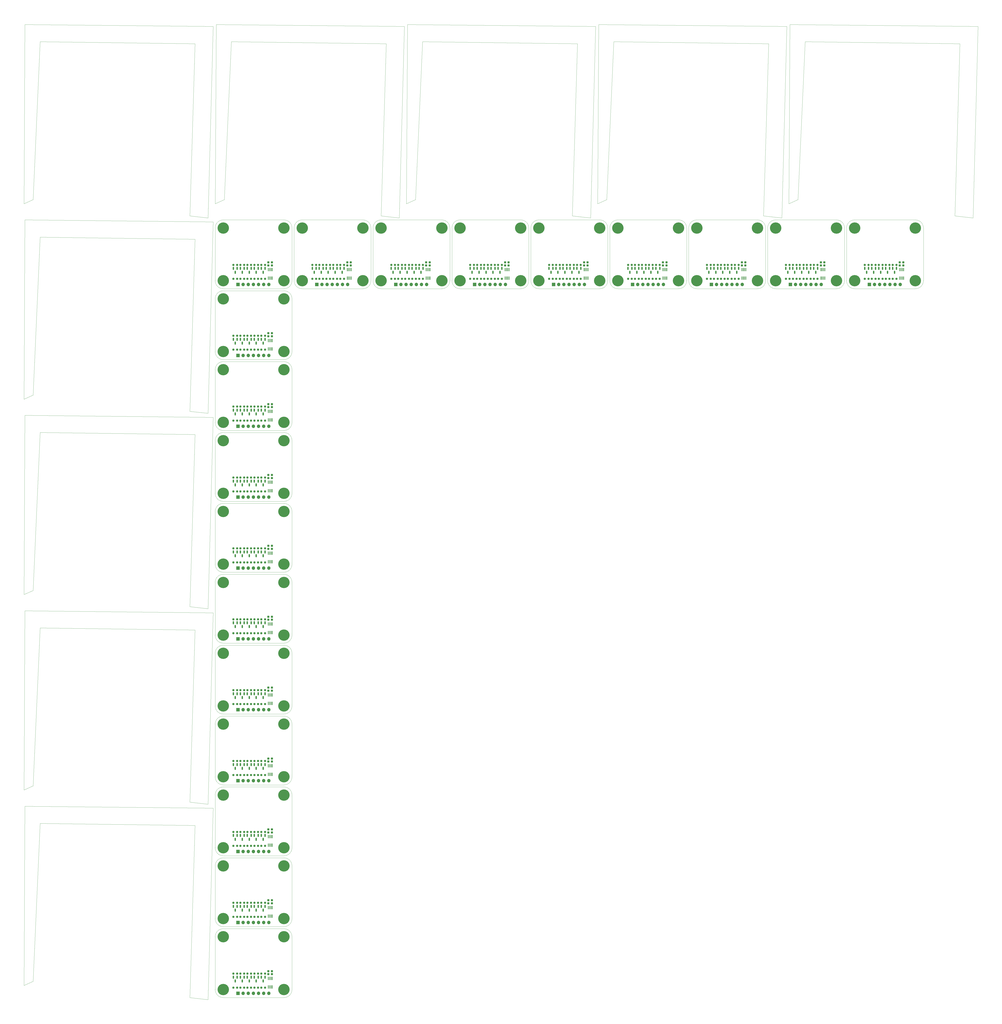
<source format=gbr>
%TF.GenerationSoftware,KiCad,Pcbnew,7.0.6-7.0.6~ubuntu20.04.1*%
%TF.CreationDate,2023-07-11T09:00:34+02:00*%
%TF.ProjectId,output_panel2023-07-11_070008.8206480000,6f757470-7574-45f7-9061-6e656c323032,rev?*%
%TF.SameCoordinates,Original*%
%TF.FileFunction,Soldermask,Bot*%
%TF.FilePolarity,Negative*%
%FSLAX45Y45*%
G04 Gerber Fmt 4.5, Leading zero omitted, Abs format (unit mm)*
G04 Created by KiCad (PCBNEW 7.0.6-7.0.6~ubuntu20.04.1) date 2023-07-11 09:00:34*
%MOMM*%
%LPD*%
G01*
G04 APERTURE LIST*
G04 Aperture macros list*
%AMRoundRect*
0 Rectangle with rounded corners*
0 $1 Rounding radius*
0 $2 $3 $4 $5 $6 $7 $8 $9 X,Y pos of 4 corners*
0 Add a 4 corners polygon primitive as box body*
4,1,4,$2,$3,$4,$5,$6,$7,$8,$9,$2,$3,0*
0 Add four circle primitives for the rounded corners*
1,1,$1+$1,$2,$3*
1,1,$1+$1,$4,$5*
1,1,$1+$1,$6,$7*
1,1,$1+$1,$8,$9*
0 Add four rect primitives between the rounded corners*
20,1,$1+$1,$2,$3,$4,$5,0*
20,1,$1+$1,$4,$5,$6,$7,0*
20,1,$1+$1,$6,$7,$8,$9,0*
20,1,$1+$1,$8,$9,$2,$3,0*%
G04 Aperture macros list end*
%TA.AperFunction,Profile*%
%ADD10C,0.100000*%
%TD*%
%TA.AperFunction,Profile*%
%ADD11C,0.050000*%
%TD*%
%ADD12C,5.600000*%
%ADD13R,1.700000X1.700000*%
%ADD14O,1.700000X1.700000*%
%ADD15RoundRect,0.237500X0.300000X0.237500X-0.300000X0.237500X-0.300000X-0.237500X0.300000X-0.237500X0*%
%ADD16RoundRect,0.237500X-0.250000X-0.237500X0.250000X-0.237500X0.250000X0.237500X-0.250000X0.237500X0*%
%ADD17RoundRect,0.100000X-0.100000X0.712500X-0.100000X-0.712500X0.100000X-0.712500X0.100000X0.712500X0*%
%ADD18RoundRect,0.150000X-0.150000X0.587500X-0.150000X-0.587500X0.150000X-0.587500X0.150000X0.587500X0*%
G04 APERTURE END LIST*
D10*
X36799979Y-12699691D02*
G75*
G03*
X37199982Y-13099691I400001J1D01*
G01*
X32799979Y-10099691D02*
G75*
G03*
X32399982Y-9699691I-399999J1D01*
G01*
D11*
X9149999Y-9599997D02*
X8249999Y-9499997D01*
D10*
X25099979Y-12699691D02*
G75*
G03*
X25499982Y-13099691I400001J1D01*
G01*
X41099982Y-9699692D02*
G75*
G03*
X40699982Y-10099691I-2J-399998D01*
G01*
X9899982Y-44699692D02*
G75*
G03*
X9499982Y-45099691I-2J-399998D01*
G01*
X41099982Y-9699691D02*
X44099982Y-9699691D01*
X13299979Y-10099691D02*
G75*
G03*
X12899982Y-9699691I-399999J1D01*
G01*
D11*
X17699981Y-9499997D02*
X17949981Y-999997D01*
X849999Y-20199380D02*
X499999Y-27999380D01*
D10*
X9899982Y-34199692D02*
G75*
G03*
X9499982Y-34599691I-2J-399998D01*
G01*
D11*
X49999Y-8899997D02*
X99999Y-49997D01*
D10*
X32799982Y-10099691D02*
X32799982Y-12699691D01*
X33299982Y-9699692D02*
G75*
G03*
X32899982Y-10099691I-2J-399998D01*
G01*
D11*
X8499999Y-39598762D02*
X849999Y-39498762D01*
D10*
X21199979Y-12699691D02*
G75*
G03*
X21599982Y-13099691I400001J1D01*
G01*
X9899982Y-13199692D02*
G75*
G03*
X9499982Y-13599691I-2J-399998D01*
G01*
X21599982Y-9699691D02*
X24599982Y-9699691D01*
X37199982Y-9699692D02*
G75*
G03*
X36799982Y-10099691I-2J-399998D01*
G01*
D11*
X19749963Y-899997D02*
X19399963Y-8699997D01*
D10*
X13299982Y-31099691D02*
X13299982Y-33699691D01*
X9899982Y-16699692D02*
G75*
G03*
X9499982Y-17099691I-2J-399998D01*
G01*
X9499982Y-26699691D02*
X9499982Y-24099691D01*
X13299982Y-34599691D02*
X13299982Y-37199691D01*
D11*
X8499999Y-10649688D02*
X849999Y-10549688D01*
X37849926Y-8899997D02*
X37899926Y-49997D01*
X49999Y-47498762D02*
X99999Y-38648762D01*
X27149963Y-9499997D02*
X27399963Y-999997D01*
X18949963Y-8899997D02*
X18999963Y-49997D01*
D10*
X9899982Y-9699692D02*
G75*
G03*
X9499982Y-10099691I-2J-399998D01*
G01*
X28899979Y-10099691D02*
G75*
G03*
X28499982Y-9699691I-399999J1D01*
G01*
X9499979Y-23199691D02*
G75*
G03*
X9899982Y-23599691I400001J1D01*
G01*
D11*
X18849981Y-149997D02*
X18599981Y-9599997D01*
D10*
X17199982Y-10099691D02*
X17199982Y-12699691D01*
D11*
X8249999Y-19149688D02*
X8499999Y-10649688D01*
X9949981Y-8699997D02*
X9499981Y-8899997D01*
X9149999Y-48198762D02*
X8249999Y-48098762D01*
D10*
X17299982Y-12699691D02*
X17299982Y-10099691D01*
X13299982Y-24099691D02*
X13299982Y-26699691D01*
D11*
X47199926Y-149997D02*
X46949926Y-9599997D01*
X9399999Y-149997D02*
X9149999Y-9599997D01*
D10*
X20699982Y-13099691D02*
X17699982Y-13099691D01*
X28499982Y-13099692D02*
G75*
G03*
X28899982Y-12699691I-2J400002D01*
G01*
X12899982Y-16599692D02*
G75*
G03*
X13299982Y-16199691I-2J400002D01*
G01*
X13399979Y-12699691D02*
G75*
G03*
X13799982Y-13099691I400001J1D01*
G01*
X9899982Y-34199691D02*
X12899982Y-34199691D01*
D11*
X8499999Y-20299380D02*
X849999Y-20199380D01*
D10*
X32399982Y-13099691D02*
X29399982Y-13099691D01*
X21599982Y-9699692D02*
G75*
G03*
X21199982Y-10099691I-2J-399998D01*
G01*
D11*
X849999Y-29849071D02*
X499999Y-37649071D01*
D10*
X40699979Y-12699691D02*
G75*
G03*
X41099982Y-13099691I400001J1D01*
G01*
X13299979Y-31099691D02*
G75*
G03*
X12899982Y-30699691I-399999J1D01*
G01*
D11*
X499999Y-8699997D02*
X49999Y-8899997D01*
X49999Y-28199380D02*
X99999Y-19349380D01*
D10*
X25499982Y-9699692D02*
G75*
G03*
X25099982Y-10099691I-2J-399998D01*
G01*
X9499979Y-26699691D02*
G75*
G03*
X9899982Y-27099691I400001J1D01*
G01*
D11*
X499999Y-47298762D02*
X49999Y-47498762D01*
X28849944Y-8699997D02*
X28399944Y-8899997D01*
D10*
X12899982Y-13099692D02*
G75*
G03*
X13299982Y-12699691I-2J400002D01*
G01*
X33299982Y-9699691D02*
X36299982Y-9699691D01*
X16799982Y-13099691D02*
X13799982Y-13099691D01*
X12899982Y-30599692D02*
G75*
G03*
X13299982Y-30199691I-2J400002D01*
G01*
X16799982Y-13099692D02*
G75*
G03*
X17199982Y-12699691I-2J400002D01*
G01*
X12899982Y-27099691D02*
X9899982Y-27099691D01*
X24999979Y-10099691D02*
G75*
G03*
X24599982Y-9699691I-399999J1D01*
G01*
D11*
X499999Y-27999380D02*
X49999Y-28199380D01*
D10*
X12899982Y-23599692D02*
G75*
G03*
X13299982Y-23199691I-2J400002D01*
G01*
D11*
X99999Y-9699688D02*
X9399999Y-9799688D01*
X8499999Y-999997D02*
X849999Y-899997D01*
D10*
X9899982Y-30699692D02*
G75*
G03*
X9499982Y-31099691I-2J-399998D01*
G01*
X9499979Y-30199691D02*
G75*
G03*
X9899982Y-30599691I400001J1D01*
G01*
X9499982Y-47699691D02*
X9499982Y-45099691D01*
D11*
X28049963Y-9599997D02*
X27149963Y-9499997D01*
X9499981Y-8899997D02*
X9549981Y-49997D01*
D10*
X13299979Y-27599691D02*
G75*
G03*
X12899982Y-27199691I-399999J1D01*
G01*
X36699982Y-10099691D02*
X36699982Y-12699691D01*
X9899982Y-23699691D02*
X12899982Y-23699691D01*
X9899982Y-16699691D02*
X12899982Y-16699691D01*
D11*
X849999Y-39498762D02*
X499999Y-47298762D01*
D10*
X13299982Y-41599691D02*
X13299982Y-44199691D01*
X9499979Y-40699691D02*
G75*
G03*
X9899982Y-41099691I400001J1D01*
G01*
X28999982Y-12699691D02*
X28999982Y-10099691D01*
D11*
X29199944Y-899997D02*
X28849944Y-8699997D01*
X8249999Y-28799380D02*
X8499999Y-20299380D01*
D10*
X13299982Y-27599691D02*
X13299982Y-30199691D01*
X44099982Y-13099692D02*
G75*
G03*
X44499982Y-12699691I-2J400002D01*
G01*
D11*
X9399999Y-19449380D02*
X9149999Y-28899380D01*
X9399999Y-9799688D02*
X9149999Y-19249688D01*
D10*
X17199979Y-10099691D02*
G75*
G03*
X16799982Y-9699691I-399999J1D01*
G01*
X9499982Y-16199691D02*
X9499982Y-13599691D01*
X24999982Y-10099691D02*
X24999982Y-12699691D01*
X9499979Y-19699691D02*
G75*
G03*
X9899982Y-20099691I400001J1D01*
G01*
X9499979Y-33699691D02*
G75*
G03*
X9899982Y-34099691I400001J1D01*
G01*
X12899982Y-41099692D02*
G75*
G03*
X13299982Y-40699691I-2J400002D01*
G01*
X37199982Y-9699691D02*
X40199982Y-9699691D01*
D11*
X19399963Y-8699997D02*
X18949963Y-8899997D01*
D10*
X13299979Y-45099691D02*
G75*
G03*
X12899982Y-44699691I-399999J1D01*
G01*
X13299982Y-20599691D02*
X13299982Y-23199691D01*
D11*
X8249999Y-9499997D02*
X8499999Y-999997D01*
D10*
X9499982Y-40699691D02*
X9499982Y-38099691D01*
X9499982Y-44199691D02*
X9499982Y-41599691D01*
X13299979Y-17099691D02*
G75*
G03*
X12899982Y-16699691I-399999J1D01*
G01*
D11*
X99999Y-38648762D02*
X9399999Y-38748762D01*
D10*
X13299982Y-17099691D02*
X13299982Y-19699691D01*
X40199982Y-13099692D02*
G75*
G03*
X40599982Y-12699691I-2J400002D01*
G01*
X13299979Y-38099691D02*
G75*
G03*
X12899982Y-37699691I-399999J1D01*
G01*
X13299979Y-41599691D02*
G75*
G03*
X12899982Y-41199691I-399999J1D01*
G01*
X44099982Y-13099691D02*
X41099982Y-13099691D01*
X40699982Y-12699691D02*
X40699982Y-10099691D01*
X24599982Y-13099692D02*
G75*
G03*
X24999982Y-12699691I-2J400002D01*
G01*
D11*
X28299963Y-149997D02*
X28049963Y-9599997D01*
X49999Y-18549688D02*
X99999Y-9699688D01*
X9399999Y-29099071D02*
X9149999Y-38549071D01*
D10*
X36699979Y-10099691D02*
G75*
G03*
X36299982Y-9699691I-399999J1D01*
G01*
D11*
X849999Y-899997D02*
X499999Y-8699997D01*
D10*
X13299982Y-45099691D02*
X13299982Y-47699691D01*
X12899982Y-48099692D02*
G75*
G03*
X13299982Y-47699691I-2J400002D01*
G01*
X9499979Y-44199691D02*
G75*
G03*
X9899982Y-44599691I400001J1D01*
G01*
X28899982Y-10099691D02*
X28899982Y-12699691D01*
X13299982Y-38099691D02*
X13299982Y-40699691D01*
D11*
X28399944Y-8899997D02*
X28449944Y-49997D01*
D10*
X9899982Y-44699691D02*
X12899982Y-44699691D01*
D11*
X36849944Y-999997D02*
X29199944Y-899997D01*
D10*
X44499979Y-10099691D02*
G75*
G03*
X44099982Y-9699691I-399999J1D01*
G01*
X21099982Y-10099691D02*
X21099982Y-12699691D01*
D11*
X18599981Y-9599997D02*
X17699981Y-9499997D01*
D10*
X9499982Y-37199691D02*
X9499982Y-34599691D01*
X25499982Y-9699691D02*
X28499982Y-9699691D01*
X9899982Y-20199691D02*
X12899982Y-20199691D01*
X9499979Y-37199691D02*
G75*
G03*
X9899982Y-37599691I400001J1D01*
G01*
D11*
X46049926Y-9499997D02*
X46299926Y-999997D01*
X37499944Y-9599997D02*
X36599944Y-9499997D01*
D10*
X9899982Y-37699691D02*
X12899982Y-37699691D01*
X13299979Y-34599691D02*
G75*
G03*
X12899982Y-34199691I-399999J1D01*
G01*
X29399982Y-9699692D02*
G75*
G03*
X28999982Y-10099691I-2J-399998D01*
G01*
X28499982Y-13099691D02*
X25499982Y-13099691D01*
X20699982Y-13099692D02*
G75*
G03*
X21099982Y-12699691I-2J400002D01*
G01*
X12899982Y-37599691D02*
X9899982Y-37599691D01*
X12899982Y-16599691D02*
X9899982Y-16599691D01*
X13399982Y-12699691D02*
X13399982Y-10099691D01*
D11*
X18999963Y-49997D02*
X28299963Y-149997D01*
X8499999Y-29949071D02*
X849999Y-29849071D01*
D10*
X9499979Y-47699691D02*
G75*
G03*
X9899982Y-48099691I400001J1D01*
G01*
X9499979Y-16199691D02*
G75*
G03*
X9899982Y-16599691I400001J1D01*
G01*
D11*
X499999Y-37649071D02*
X49999Y-37849071D01*
D10*
X32899982Y-12699691D02*
X32899982Y-10099691D01*
D11*
X28449944Y-49997D02*
X37749944Y-149997D01*
X8249999Y-38449071D02*
X8499999Y-29949071D01*
D10*
X9499979Y-12699691D02*
G75*
G03*
X9899982Y-13099691I400001J1D01*
G01*
D11*
X9149999Y-19249688D02*
X8249999Y-19149688D01*
D10*
X9899982Y-41199692D02*
G75*
G03*
X9499982Y-41599691I-2J-399998D01*
G01*
X13299982Y-10099691D02*
X13299982Y-12699691D01*
X24599982Y-13099691D02*
X21599982Y-13099691D01*
D11*
X9399999Y-38748762D02*
X9149999Y-48198762D01*
X37749944Y-149997D02*
X37499944Y-9599997D01*
D10*
X9499982Y-23199691D02*
X9499982Y-20599691D01*
D11*
X46299926Y-999997D02*
X38649926Y-899997D01*
X38299926Y-8699997D02*
X37849926Y-8899997D01*
D10*
X9499982Y-19699691D02*
X9499982Y-17099691D01*
X12899982Y-41099691D02*
X9899982Y-41099691D01*
X9499982Y-30199691D02*
X9499982Y-27599691D01*
D11*
X99999Y-19349380D02*
X9399999Y-19449380D01*
D10*
X13299979Y-24099691D02*
G75*
G03*
X12899982Y-23699691I-399999J1D01*
G01*
D11*
X499999Y-18349688D02*
X49999Y-18549688D01*
X849999Y-10549688D02*
X499999Y-18349688D01*
D10*
X9899982Y-20199692D02*
G75*
G03*
X9499982Y-20599691I-2J-399998D01*
G01*
X36299982Y-13099691D02*
X33299982Y-13099691D01*
X40599982Y-10099691D02*
X40599982Y-12699691D01*
D11*
X10299981Y-899997D02*
X9949981Y-8699997D01*
D10*
X28999979Y-12699691D02*
G75*
G03*
X29399982Y-13099691I400001J1D01*
G01*
X9899982Y-9699691D02*
X12899982Y-9699691D01*
X17699982Y-9699691D02*
X20699982Y-9699691D01*
X17699982Y-9699692D02*
G75*
G03*
X17299982Y-10099691I-2J-399998D01*
G01*
X13799982Y-9699691D02*
X16799982Y-9699691D01*
X12899982Y-44599691D02*
X9899982Y-44599691D01*
D11*
X9149999Y-38549071D02*
X8249999Y-38449071D01*
D10*
X12899982Y-27099692D02*
G75*
G03*
X13299982Y-26699691I-2J400002D01*
G01*
X13299979Y-13599691D02*
G75*
G03*
X12899982Y-13199691I-399999J1D01*
G01*
D11*
X49999Y-37849071D02*
X99999Y-28999071D01*
X27399963Y-999997D02*
X19749963Y-899997D01*
D10*
X9899982Y-41199691D02*
X12899982Y-41199691D01*
X12899982Y-34099692D02*
G75*
G03*
X13299982Y-33699691I-2J400002D01*
G01*
D11*
X99999Y-49997D02*
X9399999Y-149997D01*
D10*
X9899982Y-27199692D02*
G75*
G03*
X9499982Y-27599691I-2J-399998D01*
G01*
X12899982Y-23599691D02*
X9899982Y-23599691D01*
X40599979Y-10099691D02*
G75*
G03*
X40199982Y-9699691I-399999J1D01*
G01*
D11*
X17949981Y-999997D02*
X10299981Y-899997D01*
D10*
X9899982Y-13199691D02*
X12899982Y-13199691D01*
X9899982Y-30699691D02*
X12899982Y-30699691D01*
X12899982Y-30599691D02*
X9899982Y-30599691D01*
D11*
X99999Y-28999071D02*
X9399999Y-29099071D01*
D10*
X12899982Y-13099691D02*
X9899982Y-13099691D01*
D11*
X9149999Y-28899380D02*
X8249999Y-28799380D01*
X38649926Y-899997D02*
X38299926Y-8699997D01*
D10*
X9899982Y-23699692D02*
G75*
G03*
X9499982Y-24099691I-2J-399998D01*
G01*
X21099979Y-10099691D02*
G75*
G03*
X20699982Y-9699691I-399999J1D01*
G01*
X36799982Y-12699691D02*
X36799982Y-10099691D01*
X13799982Y-9699692D02*
G75*
G03*
X13399982Y-10099691I-2J-399998D01*
G01*
X9899982Y-37699692D02*
G75*
G03*
X9499982Y-38099691I-2J-399998D01*
G01*
X12899982Y-44599692D02*
G75*
G03*
X13299982Y-44199691I-2J400002D01*
G01*
X29399982Y-9699691D02*
X32399982Y-9699691D01*
X17299979Y-12699691D02*
G75*
G03*
X17699982Y-13099691I400001J1D01*
G01*
D11*
X46949926Y-9599997D02*
X46049926Y-9499997D01*
D10*
X12899982Y-20099691D02*
X9899982Y-20099691D01*
X9899982Y-27199691D02*
X12899982Y-27199691D01*
X12899982Y-20099692D02*
G75*
G03*
X13299982Y-19699691I-2J400002D01*
G01*
X9499982Y-12699691D02*
X9499982Y-10099691D01*
X12899982Y-34099691D02*
X9899982Y-34099691D01*
X25099982Y-12699691D02*
X25099982Y-10099691D01*
X21199982Y-12699691D02*
X21199982Y-10099691D01*
X13299979Y-20599691D02*
G75*
G03*
X12899982Y-20199691I-399999J1D01*
G01*
D11*
X36599944Y-9499997D02*
X36849944Y-999997D01*
X9549981Y-49997D02*
X18849981Y-149997D01*
D10*
X12899982Y-48099691D02*
X9899982Y-48099691D01*
X9499982Y-33699691D02*
X9499982Y-31099691D01*
D11*
X8249999Y-48098762D02*
X8499999Y-39598762D01*
D10*
X44499982Y-10099691D02*
X44499982Y-12699691D01*
X36299982Y-13099692D02*
G75*
G03*
X36699982Y-12699691I-2J400002D01*
G01*
X32399982Y-13099692D02*
G75*
G03*
X32799982Y-12699691I-2J400002D01*
G01*
X12899982Y-37599692D02*
G75*
G03*
X13299982Y-37199691I-2J400002D01*
G01*
X32899979Y-12699691D02*
G75*
G03*
X33299982Y-13099691I400001J1D01*
G01*
D11*
X37899926Y-49997D02*
X47199926Y-149997D01*
D10*
X13299982Y-13599691D02*
X13299982Y-16199691D01*
X40199982Y-13099691D02*
X37199982Y-13099691D01*
D12*
X9899982Y-24099691D03*
D13*
X34024982Y-12889691D03*
D14*
X34278982Y-12889691D03*
X34532982Y-12889691D03*
X34786982Y-12889691D03*
X35040982Y-12889691D03*
X35294982Y-12889691D03*
X35548982Y-12889691D03*
D12*
X9899982Y-20599691D03*
X41099982Y-10099691D03*
X9899982Y-40699691D03*
X36299982Y-10099691D03*
X12899982Y-41599691D03*
X9899982Y-19699691D03*
X20699982Y-10099691D03*
X12899982Y-26699691D03*
X12899982Y-13599691D03*
X20699982Y-12699691D03*
X24599982Y-12699691D03*
X17699982Y-10099691D03*
X13799982Y-10099691D03*
X12899982Y-19699691D03*
X17699982Y-12699691D03*
X25499982Y-10099691D03*
D13*
X14524982Y-12889691D03*
D14*
X14778982Y-12889691D03*
X15032982Y-12889691D03*
X15286982Y-12889691D03*
X15540982Y-12889691D03*
X15794982Y-12889691D03*
X16048982Y-12889691D03*
D12*
X28499982Y-10099691D03*
X40199982Y-10099691D03*
X9899982Y-23199691D03*
X12899982Y-38099691D03*
X29399982Y-12699691D03*
D13*
X10624982Y-16389691D03*
D14*
X10878982Y-16389691D03*
X11132982Y-16389691D03*
X11386982Y-16389691D03*
X11640982Y-16389691D03*
X11894982Y-16389691D03*
X12148982Y-16389691D03*
D12*
X16799982Y-12699691D03*
D13*
X30124982Y-12889691D03*
D14*
X30378982Y-12889691D03*
X30632982Y-12889691D03*
X30886982Y-12889691D03*
X31140982Y-12889691D03*
X31394982Y-12889691D03*
X31648982Y-12889691D03*
D12*
X12899982Y-45099691D03*
X12899982Y-40699691D03*
D13*
X22324982Y-12889691D03*
D14*
X22578982Y-12889691D03*
X22832982Y-12889691D03*
X23086982Y-12889691D03*
X23340982Y-12889691D03*
X23594982Y-12889691D03*
X23848982Y-12889691D03*
D12*
X12899982Y-17099691D03*
X9899982Y-26699691D03*
D13*
X37924982Y-12889691D03*
D14*
X38178982Y-12889691D03*
X38432982Y-12889691D03*
X38686982Y-12889691D03*
X38940982Y-12889691D03*
X39194982Y-12889691D03*
X39448982Y-12889691D03*
D13*
X10624982Y-37389691D03*
D14*
X10878982Y-37389691D03*
X11132982Y-37389691D03*
X11386982Y-37389691D03*
X11640982Y-37389691D03*
X11894982Y-37389691D03*
X12148982Y-37389691D03*
D13*
X26224982Y-12889691D03*
D14*
X26478982Y-12889691D03*
X26732982Y-12889691D03*
X26986982Y-12889691D03*
X27240982Y-12889691D03*
X27494982Y-12889691D03*
X27748982Y-12889691D03*
D12*
X9899982Y-45099691D03*
D13*
X10624982Y-19889691D03*
D14*
X10878982Y-19889691D03*
X11132982Y-19889691D03*
X11386982Y-19889691D03*
X11640982Y-19889691D03*
X11894982Y-19889691D03*
X12148982Y-19889691D03*
D12*
X9899982Y-31099691D03*
X9899982Y-44199691D03*
X9899982Y-33699691D03*
X12899982Y-16199691D03*
D13*
X10624982Y-40889691D03*
D14*
X10878982Y-40889691D03*
X11132982Y-40889691D03*
X11386982Y-40889691D03*
X11640982Y-40889691D03*
X11894982Y-40889691D03*
X12148982Y-40889691D03*
D12*
X12899982Y-24099691D03*
X9899982Y-17099691D03*
X9899982Y-12699691D03*
X29399982Y-10099691D03*
X37199982Y-10099691D03*
D13*
X10624982Y-44389691D03*
D14*
X10878982Y-44389691D03*
X11132982Y-44389691D03*
X11386982Y-44389691D03*
X11640982Y-44389691D03*
X11894982Y-44389691D03*
X12148982Y-44389691D03*
D12*
X12899982Y-31099691D03*
X9899982Y-37199691D03*
X28499982Y-12699691D03*
X12899982Y-44199691D03*
X12899982Y-33699691D03*
X9899982Y-34599691D03*
X13799982Y-12699691D03*
X32399982Y-10099691D03*
D13*
X41824982Y-12889691D03*
D14*
X42078982Y-12889691D03*
X42332982Y-12889691D03*
X42586982Y-12889691D03*
X42840982Y-12889691D03*
X43094982Y-12889691D03*
X43348982Y-12889691D03*
D12*
X12899982Y-23199691D03*
X12899982Y-10099691D03*
X44099982Y-12699691D03*
X12899982Y-20599691D03*
X21599982Y-12699691D03*
X12899982Y-37199691D03*
X9899982Y-13599691D03*
X25499982Y-12699691D03*
X12899982Y-30199691D03*
X36299982Y-12699691D03*
D13*
X18424982Y-12889691D03*
D14*
X18678982Y-12889691D03*
X18932982Y-12889691D03*
X19186982Y-12889691D03*
X19440982Y-12889691D03*
X19694982Y-12889691D03*
X19948982Y-12889691D03*
D12*
X9899982Y-27599691D03*
X41099982Y-12699691D03*
X21599982Y-10099691D03*
X9899982Y-10099691D03*
D13*
X10624982Y-33889691D03*
D14*
X10878982Y-33889691D03*
X11132982Y-33889691D03*
X11386982Y-33889691D03*
X11640982Y-33889691D03*
X11894982Y-33889691D03*
X12148982Y-33889691D03*
D12*
X9899982Y-16199691D03*
X37199982Y-12699691D03*
D13*
X10624982Y-12889691D03*
D14*
X10878982Y-12889691D03*
X11132982Y-12889691D03*
X11386982Y-12889691D03*
X11640982Y-12889691D03*
X11894982Y-12889691D03*
X12148982Y-12889691D03*
D12*
X9899982Y-30199691D03*
D13*
X10624982Y-47889691D03*
D14*
X10878982Y-47889691D03*
X11132982Y-47889691D03*
X11386982Y-47889691D03*
X11640982Y-47889691D03*
X11894982Y-47889691D03*
X12148982Y-47889691D03*
D13*
X10624982Y-30389691D03*
D14*
X10878982Y-30389691D03*
X11132982Y-30389691D03*
X11386982Y-30389691D03*
X11640982Y-30389691D03*
X11894982Y-30389691D03*
X12148982Y-30389691D03*
D13*
X10624982Y-23389691D03*
D14*
X10878982Y-23389691D03*
X11132982Y-23389691D03*
X11386982Y-23389691D03*
X11640982Y-23389691D03*
X11894982Y-23389691D03*
X12148982Y-23389691D03*
D12*
X33299982Y-12699691D03*
X12899982Y-27599691D03*
X33299982Y-10099691D03*
D13*
X10624982Y-26889691D03*
D14*
X10878982Y-26889691D03*
X11132982Y-26889691D03*
X11386982Y-26889691D03*
X11640982Y-26889691D03*
X11894982Y-26889691D03*
X12148982Y-26889691D03*
D12*
X44099982Y-10099691D03*
X12899982Y-12699691D03*
X16799982Y-10099691D03*
X9899982Y-38099691D03*
X9899982Y-41599691D03*
X32399982Y-12699691D03*
X9899982Y-47699691D03*
X12899982Y-34599691D03*
X12899982Y-47699691D03*
X24599982Y-10099691D03*
X40199982Y-12699691D03*
D15*
X39601232Y-11944691D03*
X39428732Y-11944691D03*
D16*
X11438732Y-32919691D03*
X11621232Y-32919691D03*
X19583732Y-12609691D03*
X19766232Y-12609691D03*
X15683732Y-11919691D03*
X15866232Y-11919691D03*
X11783732Y-25919691D03*
X11966232Y-25919691D03*
D17*
X12128732Y-15653441D03*
X12193732Y-15653441D03*
X12258732Y-15653441D03*
X12323732Y-15653441D03*
X12323732Y-16075941D03*
X12258732Y-16075941D03*
X12193732Y-16075941D03*
X12128732Y-16075941D03*
D16*
X11093732Y-16109691D03*
X11276232Y-16109691D03*
D18*
X34144982Y-12095941D03*
X34334982Y-12095941D03*
X34239982Y-12283441D03*
D15*
X12301232Y-25944691D03*
X12128732Y-25944691D03*
D16*
X10748732Y-33609691D03*
X10931232Y-33609691D03*
X11783732Y-32919691D03*
X11966232Y-32919691D03*
X29903732Y-11919691D03*
X30086232Y-11919691D03*
D18*
X10744982Y-29595941D03*
X10934982Y-29595941D03*
X10839982Y-29783441D03*
D16*
X10403732Y-18919691D03*
X10586232Y-18919691D03*
D18*
X10399982Y-12095941D03*
X10589982Y-12095941D03*
X10494982Y-12283441D03*
X22099982Y-12095941D03*
X22289982Y-12095941D03*
X22194982Y-12283441D03*
D16*
X30593732Y-12609691D03*
X30776232Y-12609691D03*
D18*
X11779982Y-19095941D03*
X11969982Y-19095941D03*
X11874982Y-19283441D03*
D15*
X12301232Y-25794691D03*
X12128732Y-25794691D03*
X39601232Y-11794691D03*
X39428732Y-11794691D03*
D16*
X22103732Y-11919691D03*
X22286232Y-11919691D03*
D18*
X10399982Y-33095941D03*
X10589982Y-33095941D03*
X10494982Y-33283441D03*
D15*
X12301232Y-18944691D03*
X12128732Y-18944691D03*
D17*
X12128732Y-26153441D03*
X12193732Y-26153441D03*
X12258732Y-26153441D03*
X12323732Y-26153441D03*
X12323732Y-26575941D03*
X12258732Y-26575941D03*
X12193732Y-26575941D03*
X12128732Y-26575941D03*
D18*
X35179982Y-12095941D03*
X35369982Y-12095941D03*
X35274982Y-12283441D03*
D16*
X11783732Y-37109691D03*
X11966232Y-37109691D03*
D18*
X11089982Y-36595941D03*
X11279982Y-36595941D03*
X11184982Y-36783441D03*
X11434982Y-22595941D03*
X11624982Y-22595941D03*
X11529982Y-22783441D03*
X11434982Y-43595941D03*
X11624982Y-43595941D03*
X11529982Y-43783441D03*
D16*
X11093732Y-46919691D03*
X11276232Y-46919691D03*
D18*
X11779982Y-47095941D03*
X11969982Y-47095941D03*
X11874982Y-47283441D03*
D16*
X10748732Y-43419691D03*
X10931232Y-43419691D03*
D18*
X10744982Y-19095941D03*
X10934982Y-19095941D03*
X10839982Y-19283441D03*
D16*
X11438732Y-23109691D03*
X11621232Y-23109691D03*
X10403732Y-12609691D03*
X10586232Y-12609691D03*
D18*
X42289982Y-12095941D03*
X42479982Y-12095941D03*
X42384982Y-12283441D03*
X11089982Y-47095941D03*
X11279982Y-47095941D03*
X11184982Y-47283441D03*
D16*
X42293732Y-11919691D03*
X42476232Y-11919691D03*
X19238732Y-12609691D03*
X19421232Y-12609691D03*
D15*
X12301232Y-46944691D03*
X12128732Y-46944691D03*
D16*
X10403732Y-22419691D03*
X10586232Y-22419691D03*
X37703732Y-12609691D03*
X37886232Y-12609691D03*
D17*
X43328732Y-12153441D03*
X43393732Y-12153441D03*
X43458732Y-12153441D03*
X43523732Y-12153441D03*
X43523732Y-12575941D03*
X43458732Y-12575941D03*
X43393732Y-12575941D03*
X43328732Y-12575941D03*
D16*
X10403732Y-23109691D03*
X10586232Y-23109691D03*
X11438732Y-29419691D03*
X11621232Y-29419691D03*
X10748732Y-47609691D03*
X10931232Y-47609691D03*
D17*
X12128732Y-29653441D03*
X12193732Y-29653441D03*
X12258732Y-29653441D03*
X12323732Y-29653441D03*
X12323732Y-30075941D03*
X12258732Y-30075941D03*
X12193732Y-30075941D03*
X12128732Y-30075941D03*
D18*
X14299982Y-12095941D03*
X14489982Y-12095941D03*
X14394982Y-12283441D03*
X27379982Y-12095941D03*
X27569982Y-12095941D03*
X27474982Y-12283441D03*
D16*
X42983732Y-11919691D03*
X43166232Y-11919691D03*
X11438732Y-30109691D03*
X11621232Y-30109691D03*
X10403732Y-33609691D03*
X10586232Y-33609691D03*
X11438732Y-39919691D03*
X11621232Y-39919691D03*
D18*
X10744982Y-43595941D03*
X10934982Y-43595941D03*
X10839982Y-43783441D03*
X41944982Y-12095941D03*
X42134982Y-12095941D03*
X42039982Y-12283441D03*
D15*
X12301232Y-36294691D03*
X12128732Y-36294691D03*
D16*
X10748732Y-32919691D03*
X10931232Y-32919691D03*
D18*
X33799982Y-12095941D03*
X33989982Y-12095941D03*
X33894982Y-12283441D03*
X19579982Y-12095941D03*
X19769982Y-12095941D03*
X19674982Y-12283441D03*
D16*
X14648732Y-12609691D03*
X14831232Y-12609691D03*
D18*
X31279982Y-12095941D03*
X31469982Y-12095941D03*
X31374982Y-12283441D03*
X11089982Y-33095941D03*
X11279982Y-33095941D03*
X11184982Y-33283441D03*
D17*
X12128732Y-47153441D03*
X12193732Y-47153441D03*
X12258732Y-47153441D03*
X12323732Y-47153441D03*
X12323732Y-47575941D03*
X12258732Y-47575941D03*
X12193732Y-47575941D03*
X12128732Y-47575941D03*
D18*
X11434982Y-12095941D03*
X11624982Y-12095941D03*
X11529982Y-12283441D03*
D17*
X12128732Y-22653441D03*
X12193732Y-22653441D03*
X12258732Y-22653441D03*
X12323732Y-22653441D03*
X12323732Y-23075941D03*
X12258732Y-23075941D03*
X12193732Y-23075941D03*
X12128732Y-23075941D03*
X12128732Y-12153441D03*
X12193732Y-12153441D03*
X12258732Y-12153441D03*
X12323732Y-12153441D03*
X12323732Y-12575941D03*
X12258732Y-12575941D03*
X12193732Y-12575941D03*
X12128732Y-12575941D03*
D16*
X14993732Y-12609691D03*
X15176232Y-12609691D03*
X30248732Y-12609691D03*
X30431232Y-12609691D03*
X11783732Y-19609691D03*
X11966232Y-19609691D03*
D15*
X31801232Y-11794691D03*
X31628732Y-11794691D03*
D16*
X11783732Y-33609691D03*
X11966232Y-33609691D03*
D18*
X11779982Y-36595941D03*
X11969982Y-36595941D03*
X11874982Y-36783441D03*
D16*
X10403732Y-39919691D03*
X10586232Y-39919691D03*
X10748732Y-44109691D03*
X10931232Y-44109691D03*
X18548732Y-11919691D03*
X18731232Y-11919691D03*
D15*
X12301232Y-32944691D03*
X12128732Y-32944691D03*
D16*
X31283732Y-12609691D03*
X31466232Y-12609691D03*
D18*
X18889982Y-12095941D03*
X19079982Y-12095941D03*
X18984982Y-12283441D03*
D16*
X10403732Y-43419691D03*
X10586232Y-43419691D03*
X18548732Y-12609691D03*
X18731232Y-12609691D03*
X41948732Y-11919691D03*
X42131232Y-11919691D03*
D18*
X10399982Y-47095941D03*
X10589982Y-47095941D03*
X10494982Y-47283441D03*
D16*
X10748732Y-30109691D03*
X10931232Y-30109691D03*
X38048732Y-11919691D03*
X38231232Y-11919691D03*
D18*
X10744982Y-12095941D03*
X10934982Y-12095941D03*
X10839982Y-12283441D03*
D15*
X12301232Y-15294691D03*
X12128732Y-15294691D03*
D18*
X11779982Y-33095941D03*
X11969982Y-33095941D03*
X11874982Y-33283441D03*
D15*
X12301232Y-32794691D03*
X12128732Y-32794691D03*
D18*
X18544982Y-12095941D03*
X18734982Y-12095941D03*
X18639982Y-12283441D03*
D16*
X11783732Y-23109691D03*
X11966232Y-23109691D03*
X41948732Y-12609691D03*
X42131232Y-12609691D03*
X10403732Y-25919691D03*
X10586232Y-25919691D03*
D15*
X12301232Y-29444691D03*
X12128732Y-29444691D03*
X12301232Y-43294691D03*
X12128732Y-43294691D03*
D16*
X34493732Y-11919691D03*
X34676232Y-11919691D03*
X11438732Y-22419691D03*
X11621232Y-22419691D03*
X11438732Y-44109691D03*
X11621232Y-44109691D03*
D17*
X12128732Y-43653441D03*
X12193732Y-43653441D03*
X12258732Y-43653441D03*
X12323732Y-43653441D03*
X12323732Y-44075941D03*
X12258732Y-44075941D03*
X12193732Y-44075941D03*
X12128732Y-44075941D03*
D18*
X30589982Y-12095941D03*
X30779982Y-12095941D03*
X30684982Y-12283441D03*
D16*
X10748732Y-29419691D03*
X10931232Y-29419691D03*
X27038732Y-12609691D03*
X27221232Y-12609691D03*
D15*
X12301232Y-29294691D03*
X12128732Y-29294691D03*
D16*
X19583732Y-11919691D03*
X19766232Y-11919691D03*
D18*
X29899982Y-12095941D03*
X30089982Y-12095941D03*
X29994982Y-12283441D03*
D16*
X10403732Y-15419691D03*
X10586232Y-15419691D03*
X11783732Y-29419691D03*
X11966232Y-29419691D03*
X26693732Y-12609691D03*
X26876232Y-12609691D03*
X42638732Y-11919691D03*
X42821232Y-11919691D03*
X41603732Y-11919691D03*
X41786232Y-11919691D03*
D18*
X10399982Y-15595941D03*
X10589982Y-15595941D03*
X10494982Y-15783441D03*
X10399982Y-19095941D03*
X10589982Y-19095941D03*
X10494982Y-19283441D03*
X11434982Y-26095941D03*
X11624982Y-26095941D03*
X11529982Y-26283441D03*
D16*
X11783732Y-30109691D03*
X11966232Y-30109691D03*
X34148732Y-12609691D03*
X34331232Y-12609691D03*
X10748732Y-16109691D03*
X10931232Y-16109691D03*
X10403732Y-16109691D03*
X10586232Y-16109691D03*
D15*
X20101232Y-11794691D03*
X19928732Y-11794691D03*
D18*
X22444982Y-12095941D03*
X22634982Y-12095941D03*
X22539982Y-12283441D03*
D16*
X22448732Y-11919691D03*
X22631232Y-11919691D03*
X11438732Y-40609691D03*
X11621232Y-40609691D03*
D18*
X10399982Y-36595941D03*
X10589982Y-36595941D03*
X10494982Y-36783441D03*
D16*
X33803732Y-12609691D03*
X33986232Y-12609691D03*
X18893732Y-11919691D03*
X19076232Y-11919691D03*
D17*
X12128732Y-19153441D03*
X12193732Y-19153441D03*
X12258732Y-19153441D03*
X12323732Y-19153441D03*
X12323732Y-19575941D03*
X12258732Y-19575941D03*
X12193732Y-19575941D03*
X12128732Y-19575941D03*
D16*
X11438732Y-33609691D03*
X11621232Y-33609691D03*
D18*
X11434982Y-36595941D03*
X11624982Y-36595941D03*
X11529982Y-36783441D03*
X10744982Y-47095941D03*
X10934982Y-47095941D03*
X10839982Y-47283441D03*
D16*
X18203732Y-11919691D03*
X18386232Y-11919691D03*
X34148732Y-11919691D03*
X34331232Y-11919691D03*
X15338732Y-12609691D03*
X15521232Y-12609691D03*
X11093732Y-29419691D03*
X11276232Y-29419691D03*
D18*
X25999982Y-12095941D03*
X26189982Y-12095941D03*
X26094982Y-12283441D03*
D15*
X12301232Y-36444691D03*
X12128732Y-36444691D03*
X12301232Y-43444691D03*
X12128732Y-43444691D03*
D16*
X11438732Y-26609691D03*
X11621232Y-26609691D03*
D18*
X10744982Y-40095941D03*
X10934982Y-40095941D03*
X10839982Y-40283441D03*
X14644982Y-12095941D03*
X14834982Y-12095941D03*
X14739982Y-12283441D03*
D16*
X11093732Y-40609691D03*
X11276232Y-40609691D03*
D18*
X10399982Y-43595941D03*
X10589982Y-43595941D03*
X10494982Y-43783441D03*
X15679982Y-12095941D03*
X15869982Y-12095941D03*
X15774982Y-12283441D03*
D16*
X23483732Y-11919691D03*
X23666232Y-11919691D03*
D15*
X43501232Y-11794691D03*
X43328732Y-11794691D03*
D18*
X42979982Y-12095941D03*
X43169982Y-12095941D03*
X43074982Y-12283441D03*
X11089982Y-22595941D03*
X11279982Y-22595941D03*
X11184982Y-22783441D03*
X11089982Y-12095941D03*
X11279982Y-12095941D03*
X11184982Y-12283441D03*
D15*
X27901232Y-11794691D03*
X27728732Y-11794691D03*
D16*
X26693732Y-11919691D03*
X26876232Y-11919691D03*
X11783732Y-36419691D03*
X11966232Y-36419691D03*
X42983732Y-12609691D03*
X43166232Y-12609691D03*
X10403732Y-46919691D03*
X10586232Y-46919691D03*
D18*
X11779982Y-40095941D03*
X11969982Y-40095941D03*
X11874982Y-40283441D03*
D16*
X11783732Y-12609691D03*
X11966232Y-12609691D03*
X11093732Y-15419691D03*
X11276232Y-15419691D03*
D18*
X10744982Y-33095941D03*
X10934982Y-33095941D03*
X10839982Y-33283441D03*
D17*
X35528732Y-12153441D03*
X35593732Y-12153441D03*
X35658732Y-12153441D03*
X35723732Y-12153441D03*
X35723732Y-12575941D03*
X35658732Y-12575941D03*
X35593732Y-12575941D03*
X35528732Y-12575941D03*
D16*
X30938732Y-12609691D03*
X31121232Y-12609691D03*
X11783732Y-46919691D03*
X11966232Y-46919691D03*
X11783732Y-18919691D03*
X11966232Y-18919691D03*
X10403732Y-44109691D03*
X10586232Y-44109691D03*
D18*
X11434982Y-19095941D03*
X11624982Y-19095941D03*
X11529982Y-19283441D03*
X11089982Y-19095941D03*
X11279982Y-19095941D03*
X11184982Y-19283441D03*
D16*
X11093732Y-47609691D03*
X11276232Y-47609691D03*
X10748732Y-40609691D03*
X10931232Y-40609691D03*
D18*
X22789982Y-12095941D03*
X22979982Y-12095941D03*
X22884982Y-12283441D03*
X19234982Y-12095941D03*
X19424982Y-12095941D03*
X19329982Y-12283441D03*
D16*
X26348732Y-11919691D03*
X26531232Y-11919691D03*
X11438732Y-11919691D03*
X11621232Y-11919691D03*
D15*
X12301232Y-39794691D03*
X12128732Y-39794691D03*
D16*
X11783732Y-26609691D03*
X11966232Y-26609691D03*
D15*
X12301232Y-22294691D03*
X12128732Y-22294691D03*
D17*
X39428732Y-12153441D03*
X39493732Y-12153441D03*
X39558732Y-12153441D03*
X39623732Y-12153441D03*
X39623732Y-12575941D03*
X39558732Y-12575941D03*
X39493732Y-12575941D03*
X39428732Y-12575941D03*
D18*
X41599982Y-12095941D03*
X41789982Y-12095941D03*
X41694982Y-12283441D03*
D17*
X16028732Y-12153441D03*
X16093732Y-12153441D03*
X16158732Y-12153441D03*
X16223732Y-12153441D03*
X16223732Y-12575941D03*
X16158732Y-12575941D03*
X16093732Y-12575941D03*
X16028732Y-12575941D03*
D16*
X39083732Y-11919691D03*
X39266232Y-11919691D03*
D18*
X11089982Y-40095941D03*
X11279982Y-40095941D03*
X11184982Y-40283441D03*
D16*
X11093732Y-25919691D03*
X11276232Y-25919691D03*
D17*
X12128732Y-33153441D03*
X12193732Y-33153441D03*
X12258732Y-33153441D03*
X12323732Y-33153441D03*
X12323732Y-33575941D03*
X12258732Y-33575941D03*
X12193732Y-33575941D03*
X12128732Y-33575941D03*
D16*
X42638732Y-12609691D03*
X42821232Y-12609691D03*
X18203732Y-12609691D03*
X18386232Y-12609691D03*
D15*
X20101232Y-11944691D03*
X19928732Y-11944691D03*
D16*
X10748732Y-37109691D03*
X10931232Y-37109691D03*
D18*
X11089982Y-43595941D03*
X11279982Y-43595941D03*
X11184982Y-43783441D03*
D16*
X38048732Y-12609691D03*
X38231232Y-12609691D03*
X22103732Y-12609691D03*
X22286232Y-12609691D03*
D15*
X12301232Y-18794691D03*
X12128732Y-18794691D03*
D16*
X11438732Y-15419691D03*
X11621232Y-15419691D03*
X38393732Y-12609691D03*
X38576232Y-12609691D03*
X22793732Y-11919691D03*
X22976232Y-11919691D03*
D18*
X10399982Y-26095941D03*
X10589982Y-26095941D03*
X10494982Y-26283441D03*
D17*
X12128732Y-36653441D03*
X12193732Y-36653441D03*
X12258732Y-36653441D03*
X12323732Y-36653441D03*
X12323732Y-37075941D03*
X12258732Y-37075941D03*
X12193732Y-37075941D03*
X12128732Y-37075941D03*
D16*
X11093732Y-23109691D03*
X11276232Y-23109691D03*
X11438732Y-18919691D03*
X11621232Y-18919691D03*
D18*
X38044982Y-12095941D03*
X38234982Y-12095941D03*
X38139982Y-12283441D03*
D15*
X24001232Y-11794691D03*
X23828732Y-11794691D03*
D16*
X27038732Y-11919691D03*
X27221232Y-11919691D03*
X26003732Y-11919691D03*
X26186232Y-11919691D03*
X23483732Y-12609691D03*
X23666232Y-12609691D03*
X11438732Y-37109691D03*
X11621232Y-37109691D03*
X10748732Y-18919691D03*
X10931232Y-18919691D03*
D18*
X11779982Y-12095941D03*
X11969982Y-12095941D03*
X11874982Y-12283441D03*
D16*
X11783732Y-44109691D03*
X11966232Y-44109691D03*
D17*
X23828732Y-12153441D03*
X23893732Y-12153441D03*
X23958732Y-12153441D03*
X24023732Y-12153441D03*
X24023732Y-12575941D03*
X23958732Y-12575941D03*
X23893732Y-12575941D03*
X23828732Y-12575941D03*
D16*
X34838732Y-11919691D03*
X35021232Y-11919691D03*
X11438732Y-16109691D03*
X11621232Y-16109691D03*
X10403732Y-36419691D03*
X10586232Y-36419691D03*
X10403732Y-47609691D03*
X10586232Y-47609691D03*
X11093732Y-37109691D03*
X11276232Y-37109691D03*
X11438732Y-43419691D03*
X11621232Y-43419691D03*
X10403732Y-11919691D03*
X10586232Y-11919691D03*
D18*
X42634982Y-12095941D03*
X42824982Y-12095941D03*
X42729982Y-12283441D03*
D16*
X10403732Y-40609691D03*
X10586232Y-40609691D03*
D15*
X24001232Y-11944691D03*
X23828732Y-11944691D03*
D16*
X23138732Y-12609691D03*
X23321232Y-12609691D03*
X11093732Y-32919691D03*
X11276232Y-32919691D03*
D17*
X27728732Y-12153441D03*
X27793732Y-12153441D03*
X27858732Y-12153441D03*
X27923732Y-12153441D03*
X27923732Y-12575941D03*
X27858732Y-12575941D03*
X27793732Y-12575941D03*
X27728732Y-12575941D03*
D18*
X14989982Y-12095941D03*
X15179982Y-12095941D03*
X15084982Y-12283441D03*
D16*
X10748732Y-46919691D03*
X10931232Y-46919691D03*
X11093732Y-39919691D03*
X11276232Y-39919691D03*
X31283732Y-11919691D03*
X31466232Y-11919691D03*
X27383732Y-12609691D03*
X27566232Y-12609691D03*
X22448732Y-12609691D03*
X22631232Y-12609691D03*
D18*
X37699982Y-12095941D03*
X37889982Y-12095941D03*
X37794982Y-12283441D03*
D15*
X12301232Y-15444691D03*
X12128732Y-15444691D03*
D16*
X11093732Y-19609691D03*
X11276232Y-19609691D03*
D18*
X10744982Y-15595941D03*
X10934982Y-15595941D03*
X10839982Y-15783441D03*
D16*
X14303732Y-11919691D03*
X14486232Y-11919691D03*
X38393732Y-11919691D03*
X38576232Y-11919691D03*
X11093732Y-18919691D03*
X11276232Y-18919691D03*
D18*
X30244982Y-12095941D03*
X30434982Y-12095941D03*
X30339982Y-12283441D03*
D16*
X11093732Y-22419691D03*
X11276232Y-22419691D03*
X11438732Y-25919691D03*
X11621232Y-25919691D03*
X10748732Y-39919691D03*
X10931232Y-39919691D03*
D15*
X16201232Y-11794691D03*
X16028732Y-11794691D03*
D16*
X10748732Y-11919691D03*
X10931232Y-11919691D03*
X26003732Y-12609691D03*
X26186232Y-12609691D03*
X38738732Y-11919691D03*
X38921232Y-11919691D03*
X11438732Y-12609691D03*
X11621232Y-12609691D03*
D15*
X12301232Y-22444691D03*
X12128732Y-22444691D03*
X12301232Y-46794691D03*
X12128732Y-46794691D03*
D18*
X34489982Y-12095941D03*
X34679982Y-12095941D03*
X34584982Y-12283441D03*
D15*
X12301232Y-39944691D03*
X12128732Y-39944691D03*
D16*
X30593732Y-11919691D03*
X30776232Y-11919691D03*
X11438732Y-19609691D03*
X11621232Y-19609691D03*
D18*
X26689982Y-12095941D03*
X26879982Y-12095941D03*
X26784982Y-12283441D03*
X11779982Y-15595941D03*
X11969982Y-15595941D03*
X11874982Y-15783441D03*
X23479982Y-12095941D03*
X23669982Y-12095941D03*
X23574982Y-12283441D03*
D16*
X10403732Y-19609691D03*
X10586232Y-19609691D03*
X30938732Y-11919691D03*
X31121232Y-11919691D03*
X11783732Y-39919691D03*
X11966232Y-39919691D03*
X33803732Y-11919691D03*
X33986232Y-11919691D03*
X35183732Y-11919691D03*
X35366232Y-11919691D03*
D15*
X12301232Y-11794691D03*
X12128732Y-11794691D03*
D16*
X10748732Y-23109691D03*
X10931232Y-23109691D03*
X38738732Y-12609691D03*
X38921232Y-12609691D03*
D18*
X34834982Y-12095941D03*
X35024982Y-12095941D03*
X34929982Y-12283441D03*
X10399982Y-40095941D03*
X10589982Y-40095941D03*
X10494982Y-40283441D03*
X11434982Y-33095941D03*
X11624982Y-33095941D03*
X11529982Y-33283441D03*
X26344982Y-12095941D03*
X26534982Y-12095941D03*
X26439982Y-12283441D03*
X11434982Y-29595941D03*
X11624982Y-29595941D03*
X11529982Y-29783441D03*
X39079982Y-12095941D03*
X39269982Y-12095941D03*
X39174982Y-12283441D03*
D16*
X11783732Y-43419691D03*
X11966232Y-43419691D03*
D18*
X11089982Y-29595941D03*
X11279982Y-29595941D03*
X11184982Y-29783441D03*
D16*
X19238732Y-11919691D03*
X19421232Y-11919691D03*
X23138732Y-11919691D03*
X23321232Y-11919691D03*
D18*
X38389982Y-12095941D03*
X38579982Y-12095941D03*
X38484982Y-12283441D03*
D15*
X27901232Y-11944691D03*
X27728732Y-11944691D03*
D16*
X10748732Y-26609691D03*
X10931232Y-26609691D03*
X11783732Y-11919691D03*
X11966232Y-11919691D03*
X10403732Y-29419691D03*
X10586232Y-29419691D03*
X11783732Y-47609691D03*
X11966232Y-47609691D03*
X11783732Y-40609691D03*
X11966232Y-40609691D03*
X11438732Y-47609691D03*
X11621232Y-47609691D03*
D17*
X19928732Y-12153441D03*
X19993732Y-12153441D03*
X20058732Y-12153441D03*
X20123732Y-12153441D03*
X20123732Y-12575941D03*
X20058732Y-12575941D03*
X19993732Y-12575941D03*
X19928732Y-12575941D03*
D16*
X11093732Y-11919691D03*
X11276232Y-11919691D03*
D18*
X10399982Y-22595941D03*
X10589982Y-22595941D03*
X10494982Y-22783441D03*
D15*
X12301232Y-11944691D03*
X12128732Y-11944691D03*
D18*
X10744982Y-22595941D03*
X10934982Y-22595941D03*
X10839982Y-22783441D03*
D16*
X30248732Y-11919691D03*
X30431232Y-11919691D03*
D15*
X35701232Y-11944691D03*
X35528732Y-11944691D03*
D16*
X11783732Y-16109691D03*
X11966232Y-16109691D03*
D18*
X27034982Y-12095941D03*
X27224982Y-12095941D03*
X27129982Y-12283441D03*
D16*
X34493732Y-12609691D03*
X34676232Y-12609691D03*
X42293732Y-12609691D03*
X42476232Y-12609691D03*
X41603732Y-12609691D03*
X41786232Y-12609691D03*
X10748732Y-19609691D03*
X10931232Y-19609691D03*
D18*
X11779982Y-22595941D03*
X11969982Y-22595941D03*
X11874982Y-22783441D03*
X30934982Y-12095941D03*
X31124982Y-12095941D03*
X31029982Y-12283441D03*
D16*
X11093732Y-33609691D03*
X11276232Y-33609691D03*
X15338732Y-11919691D03*
X15521232Y-11919691D03*
D18*
X38734982Y-12095941D03*
X38924982Y-12095941D03*
X38829982Y-12283441D03*
D15*
X31801232Y-11944691D03*
X31628732Y-11944691D03*
D16*
X14303732Y-12609691D03*
X14486232Y-12609691D03*
X11093732Y-26609691D03*
X11276232Y-26609691D03*
D18*
X11089982Y-26095941D03*
X11279982Y-26095941D03*
X11184982Y-26283441D03*
D16*
X26348732Y-12609691D03*
X26531232Y-12609691D03*
D18*
X18199982Y-12095941D03*
X18389982Y-12095941D03*
X18294982Y-12283441D03*
D16*
X10403732Y-32919691D03*
X10586232Y-32919691D03*
X10748732Y-22419691D03*
X10931232Y-22419691D03*
X37703732Y-11919691D03*
X37886232Y-11919691D03*
X11783732Y-15419691D03*
X11966232Y-15419691D03*
X11093732Y-30109691D03*
X11276232Y-30109691D03*
X11783732Y-22419691D03*
X11966232Y-22419691D03*
D18*
X11779982Y-26095941D03*
X11969982Y-26095941D03*
X11874982Y-26283441D03*
D16*
X15683732Y-12609691D03*
X15866232Y-12609691D03*
X18893732Y-12609691D03*
X19076232Y-12609691D03*
X10748732Y-25919691D03*
X10931232Y-25919691D03*
D18*
X10744982Y-26095941D03*
X10934982Y-26095941D03*
X10839982Y-26283441D03*
D16*
X11438732Y-46919691D03*
X11621232Y-46919691D03*
X14648732Y-11919691D03*
X14831232Y-11919691D03*
D18*
X11434982Y-47095941D03*
X11624982Y-47095941D03*
X11529982Y-47283441D03*
X11089982Y-15595941D03*
X11279982Y-15595941D03*
X11184982Y-15783441D03*
D16*
X14993732Y-11919691D03*
X15176232Y-11919691D03*
D18*
X15334982Y-12095941D03*
X15524982Y-12095941D03*
X15429982Y-12283441D03*
D16*
X10403732Y-26609691D03*
X10586232Y-26609691D03*
X27383732Y-11919691D03*
X27566232Y-11919691D03*
D18*
X11779982Y-29595941D03*
X11969982Y-29595941D03*
X11874982Y-29783441D03*
D15*
X35701232Y-11794691D03*
X35528732Y-11794691D03*
X43501232Y-11944691D03*
X43328732Y-11944691D03*
D17*
X31628732Y-12153441D03*
X31693732Y-12153441D03*
X31758732Y-12153441D03*
X31823732Y-12153441D03*
X31823732Y-12575941D03*
X31758732Y-12575941D03*
X31693732Y-12575941D03*
X31628732Y-12575941D03*
D16*
X11093732Y-44109691D03*
X11276232Y-44109691D03*
D18*
X11434982Y-40095941D03*
X11624982Y-40095941D03*
X11529982Y-40283441D03*
D16*
X22793732Y-12609691D03*
X22976232Y-12609691D03*
X11093732Y-36419691D03*
X11276232Y-36419691D03*
X35183732Y-12609691D03*
X35366232Y-12609691D03*
D17*
X12128732Y-40153441D03*
X12193732Y-40153441D03*
X12258732Y-40153441D03*
X12323732Y-40153441D03*
X12323732Y-40575941D03*
X12258732Y-40575941D03*
X12193732Y-40575941D03*
X12128732Y-40575941D03*
D16*
X29903732Y-12609691D03*
X30086232Y-12609691D03*
X10748732Y-15419691D03*
X10931232Y-15419691D03*
X10748732Y-12609691D03*
X10931232Y-12609691D03*
X39083732Y-12609691D03*
X39266232Y-12609691D03*
D18*
X11434982Y-15595941D03*
X11624982Y-15595941D03*
X11529982Y-15783441D03*
D16*
X11438732Y-36419691D03*
X11621232Y-36419691D03*
X10748732Y-36419691D03*
X10931232Y-36419691D03*
X11093732Y-12609691D03*
X11276232Y-12609691D03*
D18*
X11779982Y-43595941D03*
X11969982Y-43595941D03*
X11874982Y-43783441D03*
D16*
X34838732Y-12609691D03*
X35021232Y-12609691D03*
D18*
X23134982Y-12095941D03*
X23324982Y-12095941D03*
X23229982Y-12283441D03*
D15*
X16201232Y-11944691D03*
X16028732Y-11944691D03*
D16*
X11093732Y-43419691D03*
X11276232Y-43419691D03*
D18*
X10399982Y-29595941D03*
X10589982Y-29595941D03*
X10494982Y-29783441D03*
D16*
X10403732Y-37109691D03*
X10586232Y-37109691D03*
X10403732Y-30109691D03*
X10586232Y-30109691D03*
D18*
X10744982Y-36595941D03*
X10934982Y-36595941D03*
X10839982Y-36783441D03*
M02*

</source>
